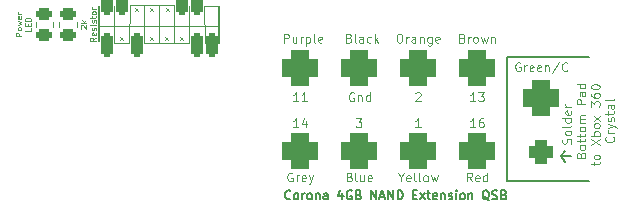
<source format=gto>
%TF.GenerationSoftware,KiCad,Pcbnew,(6.0.1)*%
%TF.CreationDate,2022-03-09T13:14:17-07:00*%
%TF.ProjectId,MShaw_4gbNandExtensionQSB_V2.6,4d536861-775f-4346-9762-4e616e644578,rev?*%
%TF.SameCoordinates,Original*%
%TF.FileFunction,Legend,Top*%
%TF.FilePolarity,Positive*%
%FSLAX46Y46*%
G04 Gerber Fmt 4.6, Leading zero omitted, Abs format (unit mm)*
G04 Created by KiCad (PCBNEW (6.0.1)) date 2022-03-09 13:14:17*
%MOMM*%
%LPD*%
G01*
G04 APERTURE LIST*
G04 Aperture macros list*
%AMRoundRect*
0 Rectangle with rounded corners*
0 $1 Rounding radius*
0 $2 $3 $4 $5 $6 $7 $8 $9 X,Y pos of 4 corners*
0 Add a 4 corners polygon primitive as box body*
4,1,4,$2,$3,$4,$5,$6,$7,$8,$9,$2,$3,0*
0 Add four circle primitives for the rounded corners*
1,1,$1+$1,$2,$3*
1,1,$1+$1,$4,$5*
1,1,$1+$1,$6,$7*
1,1,$1+$1,$8,$9*
0 Add four rect primitives between the rounded corners*
20,1,$1+$1,$2,$3,$4,$5,0*
20,1,$1+$1,$4,$5,$6,$7,0*
20,1,$1+$1,$6,$7,$8,$9,0*
20,1,$1+$1,$8,$9,$2,$3,0*%
G04 Aperture macros list end*
%ADD10C,0.100000*%
%ADD11C,0.150000*%
%ADD12C,0.080000*%
%ADD13C,0.093750*%
%ADD14C,0.120000*%
%ADD15RoundRect,0.250000X0.450000X-0.262500X0.450000X0.262500X-0.450000X0.262500X-0.450000X-0.262500X0*%
%ADD16RoundRect,0.250000X0.250000X-0.750000X0.250000X0.750000X-0.250000X0.750000X-0.250000X-0.750000X0*%
%ADD17RoundRect,0.750000X-0.750000X-0.750000X0.750000X-0.750000X0.750000X0.750000X-0.750000X0.750000X0*%
%ADD18RoundRect,0.500000X-0.500000X-0.500000X0.500000X-0.500000X0.500000X0.500000X-0.500000X0.500000X0*%
%ADD19RoundRect,0.750000X0.750000X-0.750000X0.750000X0.750000X-0.750000X0.750000X-0.750000X-0.750000X0*%
G04 APERTURE END LIST*
D10*
X135235000Y-96150000D02*
X135485000Y-95900000D01*
X134750000Y-98900000D02*
X138560000Y-98900000D01*
X133480000Y-98900000D02*
X133485000Y-95675000D01*
X137785000Y-98400000D02*
X138035000Y-98650000D01*
X132695000Y-98400000D02*
X132945000Y-98650000D01*
X137785000Y-98650000D02*
X138035000Y-98400000D01*
D11*
X130940000Y-98720000D02*
X130940000Y-95700000D01*
D10*
X136535000Y-96150000D02*
X136785000Y-95900000D01*
D11*
X165410000Y-100550000D02*
X165410000Y-100050000D01*
D10*
X133985000Y-96150000D02*
X134235000Y-95900000D01*
X138560000Y-98900000D02*
X138560000Y-95700000D01*
X132210000Y-98800000D02*
X132210000Y-95700000D01*
D11*
X141100000Y-98900000D02*
X141095000Y-95700000D01*
X170017500Y-108470000D02*
X170367500Y-108020000D01*
X165410000Y-100050000D02*
X172410000Y-100050000D01*
D10*
X136535000Y-95900000D02*
X136785000Y-96150000D01*
D11*
X165410000Y-110050000D02*
X165410000Y-110550000D01*
D10*
X135260000Y-98650000D02*
X135510000Y-98400000D01*
X135235000Y-95900000D02*
X135485000Y-96150000D01*
X133985000Y-95900000D02*
X134235000Y-96150000D01*
X141095000Y-95700000D02*
X139830000Y-95700000D01*
X130960000Y-97400000D02*
X141100000Y-97400000D01*
X135260000Y-98400000D02*
X135510000Y-98650000D01*
X132210000Y-98900000D02*
X133480000Y-98900000D01*
D11*
X170882500Y-108470000D02*
X170017500Y-108470000D01*
D10*
X137290000Y-98800000D02*
X137290000Y-95675000D01*
X136020000Y-98900000D02*
X136010000Y-95680000D01*
X132695000Y-98650000D02*
X132945000Y-98400000D01*
X136510000Y-98400000D02*
X136760000Y-98650000D01*
D11*
X165410000Y-110550000D02*
X172410000Y-110550000D01*
X165410000Y-110050000D02*
X165410000Y-100550000D01*
D10*
X136510000Y-98650000D02*
X136760000Y-98400000D01*
X134750000Y-98900000D02*
X134750000Y-95675000D01*
X137290000Y-95675000D02*
X133510000Y-95675000D01*
D11*
X170367500Y-108920000D02*
X170017500Y-108470000D01*
D10*
X139835000Y-98900000D02*
X139830000Y-95700000D01*
X158124285Y-106009285D02*
X157695714Y-106009285D01*
X157910000Y-106009285D02*
X157910000Y-105259285D01*
X157838571Y-105366428D01*
X157767142Y-105437857D01*
X157695714Y-105473571D01*
X156267142Y-98089285D02*
X156410000Y-98089285D01*
X156481428Y-98125000D01*
X156552857Y-98196428D01*
X156588571Y-98339285D01*
X156588571Y-98589285D01*
X156552857Y-98732142D01*
X156481428Y-98803571D01*
X156410000Y-98839285D01*
X156267142Y-98839285D01*
X156195714Y-98803571D01*
X156124285Y-98732142D01*
X156088571Y-98589285D01*
X156088571Y-98339285D01*
X156124285Y-98196428D01*
X156195714Y-98125000D01*
X156267142Y-98089285D01*
X156910000Y-98839285D02*
X156910000Y-98339285D01*
X156910000Y-98482142D02*
X156945714Y-98410714D01*
X156981428Y-98375000D01*
X157052857Y-98339285D01*
X157124285Y-98339285D01*
X157695714Y-98839285D02*
X157695714Y-98446428D01*
X157660000Y-98375000D01*
X157588571Y-98339285D01*
X157445714Y-98339285D01*
X157374285Y-98375000D01*
X157695714Y-98803571D02*
X157624285Y-98839285D01*
X157445714Y-98839285D01*
X157374285Y-98803571D01*
X157338571Y-98732142D01*
X157338571Y-98660714D01*
X157374285Y-98589285D01*
X157445714Y-98553571D01*
X157624285Y-98553571D01*
X157695714Y-98517857D01*
X158052857Y-98339285D02*
X158052857Y-98839285D01*
X158052857Y-98410714D02*
X158088571Y-98375000D01*
X158160000Y-98339285D01*
X158267142Y-98339285D01*
X158338571Y-98375000D01*
X158374285Y-98446428D01*
X158374285Y-98839285D01*
X159052857Y-98339285D02*
X159052857Y-98946428D01*
X159017142Y-99017857D01*
X158981428Y-99053571D01*
X158910000Y-99089285D01*
X158802857Y-99089285D01*
X158731428Y-99053571D01*
X159052857Y-98803571D02*
X158981428Y-98839285D01*
X158838571Y-98839285D01*
X158767142Y-98803571D01*
X158731428Y-98767857D01*
X158695714Y-98696428D01*
X158695714Y-98482142D01*
X158731428Y-98410714D01*
X158767142Y-98375000D01*
X158838571Y-98339285D01*
X158981428Y-98339285D01*
X159052857Y-98375000D01*
X159695714Y-98803571D02*
X159624285Y-98839285D01*
X159481428Y-98839285D01*
X159410000Y-98803571D01*
X159374285Y-98732142D01*
X159374285Y-98446428D01*
X159410000Y-98375000D01*
X159481428Y-98339285D01*
X159624285Y-98339285D01*
X159695714Y-98375000D01*
X159731428Y-98446428D01*
X159731428Y-98517857D01*
X159374285Y-98589285D01*
X147767142Y-106009285D02*
X147338571Y-106009285D01*
X147552857Y-106009285D02*
X147552857Y-105259285D01*
X147481428Y-105366428D01*
X147410000Y-105437857D01*
X147338571Y-105473571D01*
X148410000Y-105509285D02*
X148410000Y-106009285D01*
X148231428Y-105223571D02*
X148052857Y-105759285D01*
X148517142Y-105759285D01*
D11*
X147107142Y-112037857D02*
X147071428Y-112073571D01*
X146964285Y-112109285D01*
X146892857Y-112109285D01*
X146785714Y-112073571D01*
X146714285Y-112002142D01*
X146678571Y-111930714D01*
X146642857Y-111787857D01*
X146642857Y-111680714D01*
X146678571Y-111537857D01*
X146714285Y-111466428D01*
X146785714Y-111395000D01*
X146892857Y-111359285D01*
X146964285Y-111359285D01*
X147071428Y-111395000D01*
X147107142Y-111430714D01*
X147535714Y-112109285D02*
X147464285Y-112073571D01*
X147428571Y-112037857D01*
X147392857Y-111966428D01*
X147392857Y-111752142D01*
X147428571Y-111680714D01*
X147464285Y-111645000D01*
X147535714Y-111609285D01*
X147642857Y-111609285D01*
X147714285Y-111645000D01*
X147750000Y-111680714D01*
X147785714Y-111752142D01*
X147785714Y-111966428D01*
X147750000Y-112037857D01*
X147714285Y-112073571D01*
X147642857Y-112109285D01*
X147535714Y-112109285D01*
X148107142Y-112109285D02*
X148107142Y-111609285D01*
X148107142Y-111752142D02*
X148142857Y-111680714D01*
X148178571Y-111645000D01*
X148250000Y-111609285D01*
X148321428Y-111609285D01*
X148678571Y-112109285D02*
X148607142Y-112073571D01*
X148571428Y-112037857D01*
X148535714Y-111966428D01*
X148535714Y-111752142D01*
X148571428Y-111680714D01*
X148607142Y-111645000D01*
X148678571Y-111609285D01*
X148785714Y-111609285D01*
X148857142Y-111645000D01*
X148892857Y-111680714D01*
X148928571Y-111752142D01*
X148928571Y-111966428D01*
X148892857Y-112037857D01*
X148857142Y-112073571D01*
X148785714Y-112109285D01*
X148678571Y-112109285D01*
X149250000Y-111609285D02*
X149250000Y-112109285D01*
X149250000Y-111680714D02*
X149285714Y-111645000D01*
X149357142Y-111609285D01*
X149464285Y-111609285D01*
X149535714Y-111645000D01*
X149571428Y-111716428D01*
X149571428Y-112109285D01*
X150250000Y-112109285D02*
X150250000Y-111716428D01*
X150214285Y-111645000D01*
X150142857Y-111609285D01*
X150000000Y-111609285D01*
X149928571Y-111645000D01*
X150250000Y-112073571D02*
X150178571Y-112109285D01*
X150000000Y-112109285D01*
X149928571Y-112073571D01*
X149892857Y-112002142D01*
X149892857Y-111930714D01*
X149928571Y-111859285D01*
X150000000Y-111823571D01*
X150178571Y-111823571D01*
X150250000Y-111787857D01*
X151500000Y-111609285D02*
X151500000Y-112109285D01*
X151321428Y-111323571D02*
X151142857Y-111859285D01*
X151607142Y-111859285D01*
X152285714Y-111395000D02*
X152214285Y-111359285D01*
X152107142Y-111359285D01*
X152000000Y-111395000D01*
X151928571Y-111466428D01*
X151892857Y-111537857D01*
X151857142Y-111680714D01*
X151857142Y-111787857D01*
X151892857Y-111930714D01*
X151928571Y-112002142D01*
X152000000Y-112073571D01*
X152107142Y-112109285D01*
X152178571Y-112109285D01*
X152285714Y-112073571D01*
X152321428Y-112037857D01*
X152321428Y-111787857D01*
X152178571Y-111787857D01*
X152892857Y-111716428D02*
X153000000Y-111752142D01*
X153035714Y-111787857D01*
X153071428Y-111859285D01*
X153071428Y-111966428D01*
X153035714Y-112037857D01*
X153000000Y-112073571D01*
X152928571Y-112109285D01*
X152642857Y-112109285D01*
X152642857Y-111359285D01*
X152892857Y-111359285D01*
X152964285Y-111395000D01*
X153000000Y-111430714D01*
X153035714Y-111502142D01*
X153035714Y-111573571D01*
X153000000Y-111645000D01*
X152964285Y-111680714D01*
X152892857Y-111716428D01*
X152642857Y-111716428D01*
X153964285Y-112109285D02*
X153964285Y-111359285D01*
X154392857Y-112109285D01*
X154392857Y-111359285D01*
X154714285Y-111895000D02*
X155071428Y-111895000D01*
X154642857Y-112109285D02*
X154892857Y-111359285D01*
X155142857Y-112109285D01*
X155392857Y-112109285D02*
X155392857Y-111359285D01*
X155821428Y-112109285D01*
X155821428Y-111359285D01*
X156178571Y-112109285D02*
X156178571Y-111359285D01*
X156357142Y-111359285D01*
X156464285Y-111395000D01*
X156535714Y-111466428D01*
X156571428Y-111537857D01*
X156607142Y-111680714D01*
X156607142Y-111787857D01*
X156571428Y-111930714D01*
X156535714Y-112002142D01*
X156464285Y-112073571D01*
X156357142Y-112109285D01*
X156178571Y-112109285D01*
X157500000Y-111716428D02*
X157750000Y-111716428D01*
X157857142Y-112109285D02*
X157500000Y-112109285D01*
X157500000Y-111359285D01*
X157857142Y-111359285D01*
X158107142Y-112109285D02*
X158500000Y-111609285D01*
X158107142Y-111609285D02*
X158500000Y-112109285D01*
X158678571Y-111609285D02*
X158964285Y-111609285D01*
X158785714Y-111359285D02*
X158785714Y-112002142D01*
X158821428Y-112073571D01*
X158892857Y-112109285D01*
X158964285Y-112109285D01*
X159500000Y-112073571D02*
X159428571Y-112109285D01*
X159285714Y-112109285D01*
X159214285Y-112073571D01*
X159178571Y-112002142D01*
X159178571Y-111716428D01*
X159214285Y-111645000D01*
X159285714Y-111609285D01*
X159428571Y-111609285D01*
X159500000Y-111645000D01*
X159535714Y-111716428D01*
X159535714Y-111787857D01*
X159178571Y-111859285D01*
X159857142Y-111609285D02*
X159857142Y-112109285D01*
X159857142Y-111680714D02*
X159892857Y-111645000D01*
X159964285Y-111609285D01*
X160071428Y-111609285D01*
X160142857Y-111645000D01*
X160178571Y-111716428D01*
X160178571Y-112109285D01*
X160500000Y-112073571D02*
X160571428Y-112109285D01*
X160714285Y-112109285D01*
X160785714Y-112073571D01*
X160821428Y-112002142D01*
X160821428Y-111966428D01*
X160785714Y-111895000D01*
X160714285Y-111859285D01*
X160607142Y-111859285D01*
X160535714Y-111823571D01*
X160500000Y-111752142D01*
X160500000Y-111716428D01*
X160535714Y-111645000D01*
X160607142Y-111609285D01*
X160714285Y-111609285D01*
X160785714Y-111645000D01*
X161142857Y-112109285D02*
X161142857Y-111609285D01*
X161142857Y-111359285D02*
X161107142Y-111395000D01*
X161142857Y-111430714D01*
X161178571Y-111395000D01*
X161142857Y-111359285D01*
X161142857Y-111430714D01*
X161607142Y-112109285D02*
X161535714Y-112073571D01*
X161500000Y-112037857D01*
X161464285Y-111966428D01*
X161464285Y-111752142D01*
X161500000Y-111680714D01*
X161535714Y-111645000D01*
X161607142Y-111609285D01*
X161714285Y-111609285D01*
X161785714Y-111645000D01*
X161821428Y-111680714D01*
X161857142Y-111752142D01*
X161857142Y-111966428D01*
X161821428Y-112037857D01*
X161785714Y-112073571D01*
X161714285Y-112109285D01*
X161607142Y-112109285D01*
X162178571Y-111609285D02*
X162178571Y-112109285D01*
X162178571Y-111680714D02*
X162214285Y-111645000D01*
X162285714Y-111609285D01*
X162392857Y-111609285D01*
X162464285Y-111645000D01*
X162500000Y-111716428D01*
X162500000Y-112109285D01*
X163928571Y-112180714D02*
X163857142Y-112145000D01*
X163785714Y-112073571D01*
X163678571Y-111966428D01*
X163607142Y-111930714D01*
X163535714Y-111930714D01*
X163571428Y-112109285D02*
X163500000Y-112073571D01*
X163428571Y-112002142D01*
X163392857Y-111859285D01*
X163392857Y-111609285D01*
X163428571Y-111466428D01*
X163500000Y-111395000D01*
X163571428Y-111359285D01*
X163714285Y-111359285D01*
X163785714Y-111395000D01*
X163857142Y-111466428D01*
X163892857Y-111609285D01*
X163892857Y-111859285D01*
X163857142Y-112002142D01*
X163785714Y-112073571D01*
X163714285Y-112109285D01*
X163571428Y-112109285D01*
X164178571Y-112073571D02*
X164285714Y-112109285D01*
X164464285Y-112109285D01*
X164535714Y-112073571D01*
X164571428Y-112037857D01*
X164607142Y-111966428D01*
X164607142Y-111895000D01*
X164571428Y-111823571D01*
X164535714Y-111787857D01*
X164464285Y-111752142D01*
X164321428Y-111716428D01*
X164250000Y-111680714D01*
X164214285Y-111645000D01*
X164178571Y-111573571D01*
X164178571Y-111502142D01*
X164214285Y-111430714D01*
X164250000Y-111395000D01*
X164321428Y-111359285D01*
X164500000Y-111359285D01*
X164607142Y-111395000D01*
X165178571Y-111716428D02*
X165285714Y-111752142D01*
X165321428Y-111787857D01*
X165357142Y-111859285D01*
X165357142Y-111966428D01*
X165321428Y-112037857D01*
X165285714Y-112073571D01*
X165214285Y-112109285D01*
X164928571Y-112109285D01*
X164928571Y-111359285D01*
X165178571Y-111359285D01*
X165250000Y-111395000D01*
X165285714Y-111430714D01*
X165321428Y-111502142D01*
X165321428Y-111573571D01*
X165285714Y-111645000D01*
X165250000Y-111680714D01*
X165178571Y-111716428D01*
X164928571Y-111716428D01*
D10*
X146535000Y-98839285D02*
X146535000Y-98089285D01*
X146820714Y-98089285D01*
X146892142Y-98125000D01*
X146927857Y-98160714D01*
X146963571Y-98232142D01*
X146963571Y-98339285D01*
X146927857Y-98410714D01*
X146892142Y-98446428D01*
X146820714Y-98482142D01*
X146535000Y-98482142D01*
X147606428Y-98339285D02*
X147606428Y-98839285D01*
X147285000Y-98339285D02*
X147285000Y-98732142D01*
X147320714Y-98803571D01*
X147392142Y-98839285D01*
X147499285Y-98839285D01*
X147570714Y-98803571D01*
X147606428Y-98767857D01*
X147963571Y-98839285D02*
X147963571Y-98339285D01*
X147963571Y-98482142D02*
X147999285Y-98410714D01*
X148035000Y-98375000D01*
X148106428Y-98339285D01*
X148177857Y-98339285D01*
X148427857Y-98339285D02*
X148427857Y-99089285D01*
X148427857Y-98375000D02*
X148499285Y-98339285D01*
X148642142Y-98339285D01*
X148713571Y-98375000D01*
X148749285Y-98410714D01*
X148785000Y-98482142D01*
X148785000Y-98696428D01*
X148749285Y-98767857D01*
X148713571Y-98803571D01*
X148642142Y-98839285D01*
X148499285Y-98839285D01*
X148427857Y-98803571D01*
X149213571Y-98839285D02*
X149142142Y-98803571D01*
X149106428Y-98732142D01*
X149106428Y-98089285D01*
X149785000Y-98803571D02*
X149713571Y-98839285D01*
X149570714Y-98839285D01*
X149499285Y-98803571D01*
X149463571Y-98732142D01*
X149463571Y-98446428D01*
X149499285Y-98375000D01*
X149570714Y-98339285D01*
X149713571Y-98339285D01*
X149785000Y-98375000D01*
X149820714Y-98446428D01*
X149820714Y-98517857D01*
X149463571Y-98589285D01*
X156463571Y-110232142D02*
X156463571Y-110589285D01*
X156213571Y-109839285D02*
X156463571Y-110232142D01*
X156713571Y-109839285D01*
X157249285Y-110553571D02*
X157177857Y-110589285D01*
X157035000Y-110589285D01*
X156963571Y-110553571D01*
X156927857Y-110482142D01*
X156927857Y-110196428D01*
X156963571Y-110125000D01*
X157035000Y-110089285D01*
X157177857Y-110089285D01*
X157249285Y-110125000D01*
X157285000Y-110196428D01*
X157285000Y-110267857D01*
X156927857Y-110339285D01*
X157713571Y-110589285D02*
X157642142Y-110553571D01*
X157606428Y-110482142D01*
X157606428Y-109839285D01*
X158106428Y-110589285D02*
X158035000Y-110553571D01*
X157999285Y-110482142D01*
X157999285Y-109839285D01*
X158499285Y-110589285D02*
X158427857Y-110553571D01*
X158392142Y-110517857D01*
X158356428Y-110446428D01*
X158356428Y-110232142D01*
X158392142Y-110160714D01*
X158427857Y-110125000D01*
X158499285Y-110089285D01*
X158606428Y-110089285D01*
X158677857Y-110125000D01*
X158713571Y-110160714D01*
X158749285Y-110232142D01*
X158749285Y-110446428D01*
X158713571Y-110517857D01*
X158677857Y-110553571D01*
X158606428Y-110589285D01*
X158499285Y-110589285D01*
X158999285Y-110089285D02*
X159142142Y-110589285D01*
X159285000Y-110232142D01*
X159427857Y-110589285D01*
X159570714Y-110089285D01*
X170842321Y-107398571D02*
X170878035Y-107291428D01*
X170878035Y-107112857D01*
X170842321Y-107041428D01*
X170806607Y-107005714D01*
X170735178Y-106970000D01*
X170663750Y-106970000D01*
X170592321Y-107005714D01*
X170556607Y-107041428D01*
X170520892Y-107112857D01*
X170485178Y-107255714D01*
X170449464Y-107327142D01*
X170413750Y-107362857D01*
X170342321Y-107398571D01*
X170270892Y-107398571D01*
X170199464Y-107362857D01*
X170163750Y-107327142D01*
X170128035Y-107255714D01*
X170128035Y-107077142D01*
X170163750Y-106970000D01*
X170878035Y-106541428D02*
X170842321Y-106612857D01*
X170806607Y-106648571D01*
X170735178Y-106684285D01*
X170520892Y-106684285D01*
X170449464Y-106648571D01*
X170413750Y-106612857D01*
X170378035Y-106541428D01*
X170378035Y-106434285D01*
X170413750Y-106362857D01*
X170449464Y-106327142D01*
X170520892Y-106291428D01*
X170735178Y-106291428D01*
X170806607Y-106327142D01*
X170842321Y-106362857D01*
X170878035Y-106434285D01*
X170878035Y-106541428D01*
X170878035Y-105862857D02*
X170842321Y-105934285D01*
X170770892Y-105970000D01*
X170128035Y-105970000D01*
X170878035Y-105255714D02*
X170128035Y-105255714D01*
X170842321Y-105255714D02*
X170878035Y-105327142D01*
X170878035Y-105470000D01*
X170842321Y-105541428D01*
X170806607Y-105577142D01*
X170735178Y-105612857D01*
X170520892Y-105612857D01*
X170449464Y-105577142D01*
X170413750Y-105541428D01*
X170378035Y-105470000D01*
X170378035Y-105327142D01*
X170413750Y-105255714D01*
X170842321Y-104612857D02*
X170878035Y-104684285D01*
X170878035Y-104827142D01*
X170842321Y-104898571D01*
X170770892Y-104934285D01*
X170485178Y-104934285D01*
X170413750Y-104898571D01*
X170378035Y-104827142D01*
X170378035Y-104684285D01*
X170413750Y-104612857D01*
X170485178Y-104577142D01*
X170556607Y-104577142D01*
X170628035Y-104934285D01*
X170878035Y-104255714D02*
X170378035Y-104255714D01*
X170520892Y-104255714D02*
X170449464Y-104220000D01*
X170413750Y-104184285D01*
X170378035Y-104112857D01*
X170378035Y-104041428D01*
X171692678Y-108362857D02*
X171728392Y-108255714D01*
X171764107Y-108220000D01*
X171835535Y-108184285D01*
X171942678Y-108184285D01*
X172014107Y-108220000D01*
X172049821Y-108255714D01*
X172085535Y-108327142D01*
X172085535Y-108612857D01*
X171335535Y-108612857D01*
X171335535Y-108362857D01*
X171371250Y-108291428D01*
X171406964Y-108255714D01*
X171478392Y-108220000D01*
X171549821Y-108220000D01*
X171621250Y-108255714D01*
X171656964Y-108291428D01*
X171692678Y-108362857D01*
X171692678Y-108612857D01*
X172085535Y-107755714D02*
X172049821Y-107827142D01*
X172014107Y-107862857D01*
X171942678Y-107898571D01*
X171728392Y-107898571D01*
X171656964Y-107862857D01*
X171621250Y-107827142D01*
X171585535Y-107755714D01*
X171585535Y-107648571D01*
X171621250Y-107577142D01*
X171656964Y-107541428D01*
X171728392Y-107505714D01*
X171942678Y-107505714D01*
X172014107Y-107541428D01*
X172049821Y-107577142D01*
X172085535Y-107648571D01*
X172085535Y-107755714D01*
X171585535Y-107291428D02*
X171585535Y-107005714D01*
X171335535Y-107184285D02*
X171978392Y-107184285D01*
X172049821Y-107148571D01*
X172085535Y-107077142D01*
X172085535Y-107005714D01*
X171585535Y-106862857D02*
X171585535Y-106577142D01*
X171335535Y-106755714D02*
X171978392Y-106755714D01*
X172049821Y-106720000D01*
X172085535Y-106648571D01*
X172085535Y-106577142D01*
X172085535Y-106220000D02*
X172049821Y-106291428D01*
X172014107Y-106327142D01*
X171942678Y-106362857D01*
X171728392Y-106362857D01*
X171656964Y-106327142D01*
X171621250Y-106291428D01*
X171585535Y-106220000D01*
X171585535Y-106112857D01*
X171621250Y-106041428D01*
X171656964Y-106005714D01*
X171728392Y-105970000D01*
X171942678Y-105970000D01*
X172014107Y-106005714D01*
X172049821Y-106041428D01*
X172085535Y-106112857D01*
X172085535Y-106220000D01*
X172085535Y-105648571D02*
X171585535Y-105648571D01*
X171656964Y-105648571D02*
X171621250Y-105612857D01*
X171585535Y-105541428D01*
X171585535Y-105434285D01*
X171621250Y-105362857D01*
X171692678Y-105327142D01*
X172085535Y-105327142D01*
X171692678Y-105327142D02*
X171621250Y-105291428D01*
X171585535Y-105220000D01*
X171585535Y-105112857D01*
X171621250Y-105041428D01*
X171692678Y-105005714D01*
X172085535Y-105005714D01*
X172085535Y-104077142D02*
X171335535Y-104077142D01*
X171335535Y-103791428D01*
X171371250Y-103720000D01*
X171406964Y-103684285D01*
X171478392Y-103648571D01*
X171585535Y-103648571D01*
X171656964Y-103684285D01*
X171692678Y-103720000D01*
X171728392Y-103791428D01*
X171728392Y-104077142D01*
X172085535Y-103005714D02*
X171692678Y-103005714D01*
X171621250Y-103041428D01*
X171585535Y-103112857D01*
X171585535Y-103255714D01*
X171621250Y-103327142D01*
X172049821Y-103005714D02*
X172085535Y-103077142D01*
X172085535Y-103255714D01*
X172049821Y-103327142D01*
X171978392Y-103362857D01*
X171906964Y-103362857D01*
X171835535Y-103327142D01*
X171799821Y-103255714D01*
X171799821Y-103077142D01*
X171764107Y-103005714D01*
X172085535Y-102327142D02*
X171335535Y-102327142D01*
X172049821Y-102327142D02*
X172085535Y-102398571D01*
X172085535Y-102541428D01*
X172049821Y-102612857D01*
X172014107Y-102648571D01*
X171942678Y-102684285D01*
X171728392Y-102684285D01*
X171656964Y-102648571D01*
X171621250Y-102612857D01*
X171585535Y-102541428D01*
X171585535Y-102398571D01*
X171621250Y-102327142D01*
X172793035Y-109220000D02*
X172793035Y-108934285D01*
X172543035Y-109112857D02*
X173185892Y-109112857D01*
X173257321Y-109077142D01*
X173293035Y-109005714D01*
X173293035Y-108934285D01*
X173293035Y-108577142D02*
X173257321Y-108648571D01*
X173221607Y-108684285D01*
X173150178Y-108720000D01*
X172935892Y-108720000D01*
X172864464Y-108684285D01*
X172828750Y-108648571D01*
X172793035Y-108577142D01*
X172793035Y-108470000D01*
X172828750Y-108398571D01*
X172864464Y-108362857D01*
X172935892Y-108327142D01*
X173150178Y-108327142D01*
X173221607Y-108362857D01*
X173257321Y-108398571D01*
X173293035Y-108470000D01*
X173293035Y-108577142D01*
X172543035Y-107505714D02*
X173293035Y-107005714D01*
X172543035Y-107005714D02*
X173293035Y-107505714D01*
X173293035Y-106720000D02*
X172543035Y-106720000D01*
X172828750Y-106720000D02*
X172793035Y-106648571D01*
X172793035Y-106505714D01*
X172828750Y-106434285D01*
X172864464Y-106398571D01*
X172935892Y-106362857D01*
X173150178Y-106362857D01*
X173221607Y-106398571D01*
X173257321Y-106434285D01*
X173293035Y-106505714D01*
X173293035Y-106648571D01*
X173257321Y-106720000D01*
X173293035Y-105934285D02*
X173257321Y-106005714D01*
X173221607Y-106041428D01*
X173150178Y-106077142D01*
X172935892Y-106077142D01*
X172864464Y-106041428D01*
X172828750Y-106005714D01*
X172793035Y-105934285D01*
X172793035Y-105827142D01*
X172828750Y-105755714D01*
X172864464Y-105720000D01*
X172935892Y-105684285D01*
X173150178Y-105684285D01*
X173221607Y-105720000D01*
X173257321Y-105755714D01*
X173293035Y-105827142D01*
X173293035Y-105934285D01*
X173293035Y-105434285D02*
X172793035Y-105041428D01*
X172793035Y-105434285D02*
X173293035Y-105041428D01*
X172543035Y-104255714D02*
X172543035Y-103791428D01*
X172828750Y-104041428D01*
X172828750Y-103934285D01*
X172864464Y-103862857D01*
X172900178Y-103827142D01*
X172971607Y-103791428D01*
X173150178Y-103791428D01*
X173221607Y-103827142D01*
X173257321Y-103862857D01*
X173293035Y-103934285D01*
X173293035Y-104148571D01*
X173257321Y-104220000D01*
X173221607Y-104255714D01*
X172543035Y-103148571D02*
X172543035Y-103291428D01*
X172578750Y-103362857D01*
X172614464Y-103398571D01*
X172721607Y-103470000D01*
X172864464Y-103505714D01*
X173150178Y-103505714D01*
X173221607Y-103470000D01*
X173257321Y-103434285D01*
X173293035Y-103362857D01*
X173293035Y-103220000D01*
X173257321Y-103148571D01*
X173221607Y-103112857D01*
X173150178Y-103077142D01*
X172971607Y-103077142D01*
X172900178Y-103112857D01*
X172864464Y-103148571D01*
X172828750Y-103220000D01*
X172828750Y-103362857D01*
X172864464Y-103434285D01*
X172900178Y-103470000D01*
X172971607Y-103505714D01*
X172543035Y-102612857D02*
X172543035Y-102541428D01*
X172578750Y-102470000D01*
X172614464Y-102434285D01*
X172685892Y-102398571D01*
X172828750Y-102362857D01*
X173007321Y-102362857D01*
X173150178Y-102398571D01*
X173221607Y-102434285D01*
X173257321Y-102470000D01*
X173293035Y-102541428D01*
X173293035Y-102612857D01*
X173257321Y-102684285D01*
X173221607Y-102720000D01*
X173150178Y-102755714D01*
X173007321Y-102791428D01*
X172828750Y-102791428D01*
X172685892Y-102755714D01*
X172614464Y-102720000D01*
X172578750Y-102684285D01*
X172543035Y-102612857D01*
X174429107Y-106809285D02*
X174464821Y-106845000D01*
X174500535Y-106952142D01*
X174500535Y-107023571D01*
X174464821Y-107130714D01*
X174393392Y-107202142D01*
X174321964Y-107237857D01*
X174179107Y-107273571D01*
X174071964Y-107273571D01*
X173929107Y-107237857D01*
X173857678Y-107202142D01*
X173786250Y-107130714D01*
X173750535Y-107023571D01*
X173750535Y-106952142D01*
X173786250Y-106845000D01*
X173821964Y-106809285D01*
X174500535Y-106487857D02*
X174000535Y-106487857D01*
X174143392Y-106487857D02*
X174071964Y-106452142D01*
X174036250Y-106416428D01*
X174000535Y-106345000D01*
X174000535Y-106273571D01*
X174000535Y-106095000D02*
X174500535Y-105916428D01*
X174000535Y-105737857D02*
X174500535Y-105916428D01*
X174679107Y-105987857D01*
X174714821Y-106023571D01*
X174750535Y-106095000D01*
X174464821Y-105487857D02*
X174500535Y-105416428D01*
X174500535Y-105273571D01*
X174464821Y-105202142D01*
X174393392Y-105166428D01*
X174357678Y-105166428D01*
X174286250Y-105202142D01*
X174250535Y-105273571D01*
X174250535Y-105380714D01*
X174214821Y-105452142D01*
X174143392Y-105487857D01*
X174107678Y-105487857D01*
X174036250Y-105452142D01*
X174000535Y-105380714D01*
X174000535Y-105273571D01*
X174036250Y-105202142D01*
X174000535Y-104952142D02*
X174000535Y-104666428D01*
X173750535Y-104845000D02*
X174393392Y-104845000D01*
X174464821Y-104809285D01*
X174500535Y-104737857D01*
X174500535Y-104666428D01*
X174500535Y-104095000D02*
X174107678Y-104095000D01*
X174036250Y-104130714D01*
X174000535Y-104202142D01*
X174000535Y-104345000D01*
X174036250Y-104416428D01*
X174464821Y-104095000D02*
X174500535Y-104166428D01*
X174500535Y-104345000D01*
X174464821Y-104416428D01*
X174393392Y-104452142D01*
X174321964Y-104452142D01*
X174250535Y-104416428D01*
X174214821Y-104345000D01*
X174214821Y-104166428D01*
X174179107Y-104095000D01*
X174500535Y-103630714D02*
X174464821Y-103702142D01*
X174393392Y-103737857D01*
X173750535Y-103737857D01*
X162767142Y-106009285D02*
X162338571Y-106009285D01*
X162552857Y-106009285D02*
X162552857Y-105259285D01*
X162481428Y-105366428D01*
X162410000Y-105437857D01*
X162338571Y-105473571D01*
X163410000Y-105259285D02*
X163267142Y-105259285D01*
X163195714Y-105295000D01*
X163160000Y-105330714D01*
X163088571Y-105437857D01*
X163052857Y-105580714D01*
X163052857Y-105866428D01*
X163088571Y-105937857D01*
X163124285Y-105973571D01*
X163195714Y-106009285D01*
X163338571Y-106009285D01*
X163410000Y-105973571D01*
X163445714Y-105937857D01*
X163481428Y-105866428D01*
X163481428Y-105687857D01*
X163445714Y-105616428D01*
X163410000Y-105580714D01*
X163338571Y-105545000D01*
X163195714Y-105545000D01*
X163124285Y-105580714D01*
X163088571Y-105616428D01*
X163052857Y-105687857D01*
X162767142Y-103809285D02*
X162338571Y-103809285D01*
X162552857Y-103809285D02*
X162552857Y-103059285D01*
X162481428Y-103166428D01*
X162410000Y-103237857D01*
X162338571Y-103273571D01*
X163017142Y-103059285D02*
X163481428Y-103059285D01*
X163231428Y-103345000D01*
X163338571Y-103345000D01*
X163410000Y-103380714D01*
X163445714Y-103416428D01*
X163481428Y-103487857D01*
X163481428Y-103666428D01*
X163445714Y-103737857D01*
X163410000Y-103773571D01*
X163338571Y-103809285D01*
X163124285Y-103809285D01*
X163052857Y-103773571D01*
X163017142Y-103737857D01*
X147767142Y-103809285D02*
X147338571Y-103809285D01*
X147552857Y-103809285D02*
X147552857Y-103059285D01*
X147481428Y-103166428D01*
X147410000Y-103237857D01*
X147338571Y-103273571D01*
X148481428Y-103809285D02*
X148052857Y-103809285D01*
X148267142Y-103809285D02*
X148267142Y-103059285D01*
X148195714Y-103166428D01*
X148124285Y-103237857D01*
X148052857Y-103273571D01*
D12*
X129381309Y-97645238D02*
X129357500Y-97621428D01*
X129333690Y-97573809D01*
X129333690Y-97454761D01*
X129357500Y-97407142D01*
X129381309Y-97383333D01*
X129428928Y-97359523D01*
X129476547Y-97359523D01*
X129547976Y-97383333D01*
X129833690Y-97669047D01*
X129833690Y-97359523D01*
X129833690Y-97145238D02*
X129333690Y-97145238D01*
X129643214Y-97097619D02*
X129833690Y-96954761D01*
X129500357Y-96954761D02*
X129690833Y-97145238D01*
X130638690Y-98407142D02*
X130400595Y-98573809D01*
X130638690Y-98692857D02*
X130138690Y-98692857D01*
X130138690Y-98502380D01*
X130162500Y-98454761D01*
X130186309Y-98430952D01*
X130233928Y-98407142D01*
X130305357Y-98407142D01*
X130352976Y-98430952D01*
X130376785Y-98454761D01*
X130400595Y-98502380D01*
X130400595Y-98692857D01*
X130614880Y-98002380D02*
X130638690Y-98050000D01*
X130638690Y-98145238D01*
X130614880Y-98192857D01*
X130567261Y-98216666D01*
X130376785Y-98216666D01*
X130329166Y-98192857D01*
X130305357Y-98145238D01*
X130305357Y-98050000D01*
X130329166Y-98002380D01*
X130376785Y-97978571D01*
X130424404Y-97978571D01*
X130472023Y-98216666D01*
X130614880Y-97788095D02*
X130638690Y-97740476D01*
X130638690Y-97645238D01*
X130614880Y-97597619D01*
X130567261Y-97573809D01*
X130543452Y-97573809D01*
X130495833Y-97597619D01*
X130472023Y-97645238D01*
X130472023Y-97716666D01*
X130448214Y-97764285D01*
X130400595Y-97788095D01*
X130376785Y-97788095D01*
X130329166Y-97764285D01*
X130305357Y-97716666D01*
X130305357Y-97645238D01*
X130329166Y-97597619D01*
X130638690Y-97359523D02*
X130305357Y-97359523D01*
X130138690Y-97359523D02*
X130162500Y-97383333D01*
X130186309Y-97359523D01*
X130162500Y-97335714D01*
X130138690Y-97359523D01*
X130186309Y-97359523D01*
X130614880Y-97145238D02*
X130638690Y-97097619D01*
X130638690Y-97002380D01*
X130614880Y-96954761D01*
X130567261Y-96930952D01*
X130543452Y-96930952D01*
X130495833Y-96954761D01*
X130472023Y-97002380D01*
X130472023Y-97073809D01*
X130448214Y-97121428D01*
X130400595Y-97145238D01*
X130376785Y-97145238D01*
X130329166Y-97121428D01*
X130305357Y-97073809D01*
X130305357Y-97002380D01*
X130329166Y-96954761D01*
X130305357Y-96788095D02*
X130305357Y-96597619D01*
X130138690Y-96716666D02*
X130567261Y-96716666D01*
X130614880Y-96692857D01*
X130638690Y-96645238D01*
X130638690Y-96597619D01*
X130638690Y-96359523D02*
X130614880Y-96407142D01*
X130591071Y-96430952D01*
X130543452Y-96454761D01*
X130400595Y-96454761D01*
X130352976Y-96430952D01*
X130329166Y-96407142D01*
X130305357Y-96359523D01*
X130305357Y-96288095D01*
X130329166Y-96240476D01*
X130352976Y-96216666D01*
X130400595Y-96192857D01*
X130543452Y-96192857D01*
X130591071Y-96216666D01*
X130614880Y-96240476D01*
X130638690Y-96288095D01*
X130638690Y-96359523D01*
X130638690Y-95978571D02*
X130305357Y-95978571D01*
X130400595Y-95978571D02*
X130352976Y-95954761D01*
X130329166Y-95930952D01*
X130305357Y-95883333D01*
X130305357Y-95835714D01*
D10*
X166564285Y-100545000D02*
X166492857Y-100509285D01*
X166385714Y-100509285D01*
X166278571Y-100545000D01*
X166207142Y-100616428D01*
X166171428Y-100687857D01*
X166135714Y-100830714D01*
X166135714Y-100937857D01*
X166171428Y-101080714D01*
X166207142Y-101152142D01*
X166278571Y-101223571D01*
X166385714Y-101259285D01*
X166457142Y-101259285D01*
X166564285Y-101223571D01*
X166600000Y-101187857D01*
X166600000Y-100937857D01*
X166457142Y-100937857D01*
X166921428Y-101259285D02*
X166921428Y-100759285D01*
X166921428Y-100902142D02*
X166957142Y-100830714D01*
X166992857Y-100795000D01*
X167064285Y-100759285D01*
X167135714Y-100759285D01*
X167671428Y-101223571D02*
X167600000Y-101259285D01*
X167457142Y-101259285D01*
X167385714Y-101223571D01*
X167350000Y-101152142D01*
X167350000Y-100866428D01*
X167385714Y-100795000D01*
X167457142Y-100759285D01*
X167600000Y-100759285D01*
X167671428Y-100795000D01*
X167707142Y-100866428D01*
X167707142Y-100937857D01*
X167350000Y-101009285D01*
X168314285Y-101223571D02*
X168242857Y-101259285D01*
X168100000Y-101259285D01*
X168028571Y-101223571D01*
X167992857Y-101152142D01*
X167992857Y-100866428D01*
X168028571Y-100795000D01*
X168100000Y-100759285D01*
X168242857Y-100759285D01*
X168314285Y-100795000D01*
X168350000Y-100866428D01*
X168350000Y-100937857D01*
X167992857Y-101009285D01*
X168671428Y-100759285D02*
X168671428Y-101259285D01*
X168671428Y-100830714D02*
X168707142Y-100795000D01*
X168778571Y-100759285D01*
X168885714Y-100759285D01*
X168957142Y-100795000D01*
X168992857Y-100866428D01*
X168992857Y-101259285D01*
X169885714Y-100473571D02*
X169242857Y-101437857D01*
X170564285Y-101187857D02*
X170528571Y-101223571D01*
X170421428Y-101259285D01*
X170350000Y-101259285D01*
X170242857Y-101223571D01*
X170171428Y-101152142D01*
X170135714Y-101080714D01*
X170100000Y-100937857D01*
X170100000Y-100830714D01*
X170135714Y-100687857D01*
X170171428Y-100616428D01*
X170242857Y-100545000D01*
X170350000Y-100509285D01*
X170421428Y-100509285D01*
X170528571Y-100545000D01*
X170564285Y-100580714D01*
X162481428Y-110589285D02*
X162231428Y-110232142D01*
X162052857Y-110589285D02*
X162052857Y-109839285D01*
X162338571Y-109839285D01*
X162410000Y-109875000D01*
X162445714Y-109910714D01*
X162481428Y-109982142D01*
X162481428Y-110089285D01*
X162445714Y-110160714D01*
X162410000Y-110196428D01*
X162338571Y-110232142D01*
X162052857Y-110232142D01*
X163088571Y-110553571D02*
X163017142Y-110589285D01*
X162874285Y-110589285D01*
X162802857Y-110553571D01*
X162767142Y-110482142D01*
X162767142Y-110196428D01*
X162802857Y-110125000D01*
X162874285Y-110089285D01*
X163017142Y-110089285D01*
X163088571Y-110125000D01*
X163124285Y-110196428D01*
X163124285Y-110267857D01*
X162767142Y-110339285D01*
X163767142Y-110589285D02*
X163767142Y-109839285D01*
X163767142Y-110553571D02*
X163695714Y-110589285D01*
X163552857Y-110589285D01*
X163481428Y-110553571D01*
X163445714Y-110517857D01*
X163410000Y-110446428D01*
X163410000Y-110232142D01*
X163445714Y-110160714D01*
X163481428Y-110125000D01*
X163552857Y-110089285D01*
X163695714Y-110089285D01*
X163767142Y-110125000D01*
X152106428Y-110196428D02*
X152213571Y-110232142D01*
X152249285Y-110267857D01*
X152285000Y-110339285D01*
X152285000Y-110446428D01*
X152249285Y-110517857D01*
X152213571Y-110553571D01*
X152142142Y-110589285D01*
X151856428Y-110589285D01*
X151856428Y-109839285D01*
X152106428Y-109839285D01*
X152177857Y-109875000D01*
X152213571Y-109910714D01*
X152249285Y-109982142D01*
X152249285Y-110053571D01*
X152213571Y-110125000D01*
X152177857Y-110160714D01*
X152106428Y-110196428D01*
X151856428Y-110196428D01*
X152713571Y-110589285D02*
X152642142Y-110553571D01*
X152606428Y-110482142D01*
X152606428Y-109839285D01*
X153320714Y-110089285D02*
X153320714Y-110589285D01*
X152999285Y-110089285D02*
X152999285Y-110482142D01*
X153035000Y-110553571D01*
X153106428Y-110589285D01*
X153213571Y-110589285D01*
X153285000Y-110553571D01*
X153320714Y-110517857D01*
X153963571Y-110553571D02*
X153892142Y-110589285D01*
X153749285Y-110589285D01*
X153677857Y-110553571D01*
X153642142Y-110482142D01*
X153642142Y-110196428D01*
X153677857Y-110125000D01*
X153749285Y-110089285D01*
X153892142Y-110089285D01*
X153963571Y-110125000D01*
X153999285Y-110196428D01*
X153999285Y-110267857D01*
X153642142Y-110339285D01*
X157695714Y-103130714D02*
X157731428Y-103095000D01*
X157802857Y-103059285D01*
X157981428Y-103059285D01*
X158052857Y-103095000D01*
X158088571Y-103130714D01*
X158124285Y-103202142D01*
X158124285Y-103273571D01*
X158088571Y-103380714D01*
X157660000Y-103809285D01*
X158124285Y-103809285D01*
X161660000Y-98446428D02*
X161767142Y-98482142D01*
X161802857Y-98517857D01*
X161838571Y-98589285D01*
X161838571Y-98696428D01*
X161802857Y-98767857D01*
X161767142Y-98803571D01*
X161695714Y-98839285D01*
X161410000Y-98839285D01*
X161410000Y-98089285D01*
X161660000Y-98089285D01*
X161731428Y-98125000D01*
X161767142Y-98160714D01*
X161802857Y-98232142D01*
X161802857Y-98303571D01*
X161767142Y-98375000D01*
X161731428Y-98410714D01*
X161660000Y-98446428D01*
X161410000Y-98446428D01*
X162160000Y-98839285D02*
X162160000Y-98339285D01*
X162160000Y-98482142D02*
X162195714Y-98410714D01*
X162231428Y-98375000D01*
X162302857Y-98339285D01*
X162374285Y-98339285D01*
X162731428Y-98839285D02*
X162660000Y-98803571D01*
X162624285Y-98767857D01*
X162588571Y-98696428D01*
X162588571Y-98482142D01*
X162624285Y-98410714D01*
X162660000Y-98375000D01*
X162731428Y-98339285D01*
X162838571Y-98339285D01*
X162910000Y-98375000D01*
X162945714Y-98410714D01*
X162981428Y-98482142D01*
X162981428Y-98696428D01*
X162945714Y-98767857D01*
X162910000Y-98803571D01*
X162838571Y-98839285D01*
X162731428Y-98839285D01*
X163231428Y-98339285D02*
X163374285Y-98839285D01*
X163517142Y-98482142D01*
X163660000Y-98839285D01*
X163802857Y-98339285D01*
X164088571Y-98339285D02*
X164088571Y-98839285D01*
X164088571Y-98410714D02*
X164124285Y-98375000D01*
X164195714Y-98339285D01*
X164302857Y-98339285D01*
X164374285Y-98375000D01*
X164410000Y-98446428D01*
X164410000Y-98839285D01*
D12*
X124333690Y-98288095D02*
X123833690Y-98288095D01*
X123833690Y-98097619D01*
X123857500Y-98050000D01*
X123881309Y-98026190D01*
X123928928Y-98002380D01*
X124000357Y-98002380D01*
X124047976Y-98026190D01*
X124071785Y-98050000D01*
X124095595Y-98097619D01*
X124095595Y-98288095D01*
X124333690Y-97716666D02*
X124309880Y-97764285D01*
X124286071Y-97788095D01*
X124238452Y-97811904D01*
X124095595Y-97811904D01*
X124047976Y-97788095D01*
X124024166Y-97764285D01*
X124000357Y-97716666D01*
X124000357Y-97645238D01*
X124024166Y-97597619D01*
X124047976Y-97573809D01*
X124095595Y-97550000D01*
X124238452Y-97550000D01*
X124286071Y-97573809D01*
X124309880Y-97597619D01*
X124333690Y-97645238D01*
X124333690Y-97716666D01*
X124000357Y-97383333D02*
X124333690Y-97288095D01*
X124095595Y-97192857D01*
X124333690Y-97097619D01*
X124000357Y-97002380D01*
X124309880Y-96621428D02*
X124333690Y-96669047D01*
X124333690Y-96764285D01*
X124309880Y-96811904D01*
X124262261Y-96835714D01*
X124071785Y-96835714D01*
X124024166Y-96811904D01*
X124000357Y-96764285D01*
X124000357Y-96669047D01*
X124024166Y-96621428D01*
X124071785Y-96597619D01*
X124119404Y-96597619D01*
X124167023Y-96835714D01*
X124333690Y-96383333D02*
X124000357Y-96383333D01*
X124095595Y-96383333D02*
X124047976Y-96359523D01*
X124024166Y-96335714D01*
X124000357Y-96288095D01*
X124000357Y-96240476D01*
X125138690Y-97621428D02*
X125138690Y-97859523D01*
X124638690Y-97859523D01*
X124876785Y-97454761D02*
X124876785Y-97288095D01*
X125138690Y-97216666D02*
X125138690Y-97454761D01*
X124638690Y-97454761D01*
X124638690Y-97216666D01*
X125138690Y-97002380D02*
X124638690Y-97002380D01*
X124638690Y-96883333D01*
X124662500Y-96811904D01*
X124710119Y-96764285D01*
X124757738Y-96740476D01*
X124852976Y-96716666D01*
X124924404Y-96716666D01*
X125019642Y-96740476D01*
X125067261Y-96764285D01*
X125114880Y-96811904D01*
X125138690Y-96883333D01*
X125138690Y-97002380D01*
D10*
X152660000Y-105259285D02*
X153124285Y-105259285D01*
X152874285Y-105545000D01*
X152981428Y-105545000D01*
X153052857Y-105580714D01*
X153088571Y-105616428D01*
X153124285Y-105687857D01*
X153124285Y-105866428D01*
X153088571Y-105937857D01*
X153052857Y-105973571D01*
X152981428Y-106009285D01*
X152767142Y-106009285D01*
X152695714Y-105973571D01*
X152660000Y-105937857D01*
X147267142Y-109875000D02*
X147195714Y-109839285D01*
X147088571Y-109839285D01*
X146981428Y-109875000D01*
X146910000Y-109946428D01*
X146874285Y-110017857D01*
X146838571Y-110160714D01*
X146838571Y-110267857D01*
X146874285Y-110410714D01*
X146910000Y-110482142D01*
X146981428Y-110553571D01*
X147088571Y-110589285D01*
X147160000Y-110589285D01*
X147267142Y-110553571D01*
X147302857Y-110517857D01*
X147302857Y-110267857D01*
X147160000Y-110267857D01*
X147624285Y-110589285D02*
X147624285Y-110089285D01*
X147624285Y-110232142D02*
X147660000Y-110160714D01*
X147695714Y-110125000D01*
X147767142Y-110089285D01*
X147838571Y-110089285D01*
X148374285Y-110553571D02*
X148302857Y-110589285D01*
X148160000Y-110589285D01*
X148088571Y-110553571D01*
X148052857Y-110482142D01*
X148052857Y-110196428D01*
X148088571Y-110125000D01*
X148160000Y-110089285D01*
X148302857Y-110089285D01*
X148374285Y-110125000D01*
X148410000Y-110196428D01*
X148410000Y-110267857D01*
X148052857Y-110339285D01*
X148660000Y-110089285D02*
X148838571Y-110589285D01*
X149017142Y-110089285D02*
X148838571Y-110589285D01*
X148767142Y-110767857D01*
X148731428Y-110803571D01*
X148660000Y-110839285D01*
X152052857Y-98446428D02*
X152160000Y-98482142D01*
X152195714Y-98517857D01*
X152231428Y-98589285D01*
X152231428Y-98696428D01*
X152195714Y-98767857D01*
X152160000Y-98803571D01*
X152088571Y-98839285D01*
X151802857Y-98839285D01*
X151802857Y-98089285D01*
X152052857Y-98089285D01*
X152124285Y-98125000D01*
X152160000Y-98160714D01*
X152195714Y-98232142D01*
X152195714Y-98303571D01*
X152160000Y-98375000D01*
X152124285Y-98410714D01*
X152052857Y-98446428D01*
X151802857Y-98446428D01*
X152660000Y-98839285D02*
X152588571Y-98803571D01*
X152552857Y-98732142D01*
X152552857Y-98089285D01*
X153267142Y-98839285D02*
X153267142Y-98446428D01*
X153231428Y-98375000D01*
X153160000Y-98339285D01*
X153017142Y-98339285D01*
X152945714Y-98375000D01*
X153267142Y-98803571D02*
X153195714Y-98839285D01*
X153017142Y-98839285D01*
X152945714Y-98803571D01*
X152910000Y-98732142D01*
X152910000Y-98660714D01*
X152945714Y-98589285D01*
X153017142Y-98553571D01*
X153195714Y-98553571D01*
X153267142Y-98517857D01*
X153945714Y-98803571D02*
X153874285Y-98839285D01*
X153731428Y-98839285D01*
X153660000Y-98803571D01*
X153624285Y-98767857D01*
X153588571Y-98696428D01*
X153588571Y-98482142D01*
X153624285Y-98410714D01*
X153660000Y-98375000D01*
X153731428Y-98339285D01*
X153874285Y-98339285D01*
X153945714Y-98375000D01*
X154267142Y-98839285D02*
X154267142Y-98089285D01*
X154338571Y-98553571D02*
X154552857Y-98839285D01*
X154552857Y-98339285D02*
X154267142Y-98625000D01*
D13*
X152477857Y-103095000D02*
X152406428Y-103059285D01*
X152299285Y-103059285D01*
X152192142Y-103095000D01*
X152120714Y-103166428D01*
X152085000Y-103237857D01*
X152049285Y-103380714D01*
X152049285Y-103487857D01*
X152085000Y-103630714D01*
X152120714Y-103702142D01*
X152192142Y-103773571D01*
X152299285Y-103809285D01*
X152370714Y-103809285D01*
X152477857Y-103773571D01*
X152513571Y-103737857D01*
X152513571Y-103487857D01*
X152370714Y-103487857D01*
X152835000Y-103309285D02*
X152835000Y-103809285D01*
X152835000Y-103380714D02*
X152870714Y-103345000D01*
X152942142Y-103309285D01*
X153049285Y-103309285D01*
X153120714Y-103345000D01*
X153156428Y-103416428D01*
X153156428Y-103809285D01*
X153835000Y-103809285D02*
X153835000Y-103059285D01*
X153835000Y-103773571D02*
X153763571Y-103809285D01*
X153620714Y-103809285D01*
X153549285Y-103773571D01*
X153513571Y-103737857D01*
X153477857Y-103666428D01*
X153477857Y-103452142D01*
X153513571Y-103380714D01*
X153549285Y-103345000D01*
X153620714Y-103309285D01*
X153763571Y-103309285D01*
X153835000Y-103345000D01*
D14*
%TO.C,R1*%
X127525000Y-97527064D02*
X127525000Y-97072936D01*
X128995000Y-97527064D02*
X128995000Y-97072936D01*
%TO.C,D1*%
X126995000Y-97527064D02*
X126995000Y-97072936D01*
X125525000Y-97527064D02*
X125525000Y-97072936D01*
%TD*%
%LPC*%
D15*
%TO.C,R1*%
X128260000Y-98212500D03*
X128260000Y-96387500D03*
%TD*%
D16*
%TO.C,J3*%
X131570000Y-95500000D03*
X132840000Y-95500000D03*
X137920000Y-95500000D03*
X139190000Y-95500000D03*
%TD*%
D17*
%TO.C,J5*%
X168310000Y-103550000D03*
D18*
X168310000Y-108090000D03*
%TD*%
D19*
%TO.C,J4*%
X147910000Y-108000000D03*
X147910000Y-101000000D03*
X152910000Y-108000000D03*
X152910000Y-101000000D03*
X157910000Y-108000000D03*
X157910000Y-101000000D03*
X162910000Y-108000000D03*
X162910000Y-101000000D03*
%TD*%
D15*
%TO.C,D1*%
X126260000Y-98212500D03*
X126260000Y-96387500D03*
%TD*%
D16*
%TO.C,J1*%
X131570000Y-99050000D03*
X134110000Y-99050000D03*
X139190000Y-99050000D03*
X140460000Y-99050000D03*
%TD*%
M02*

</source>
